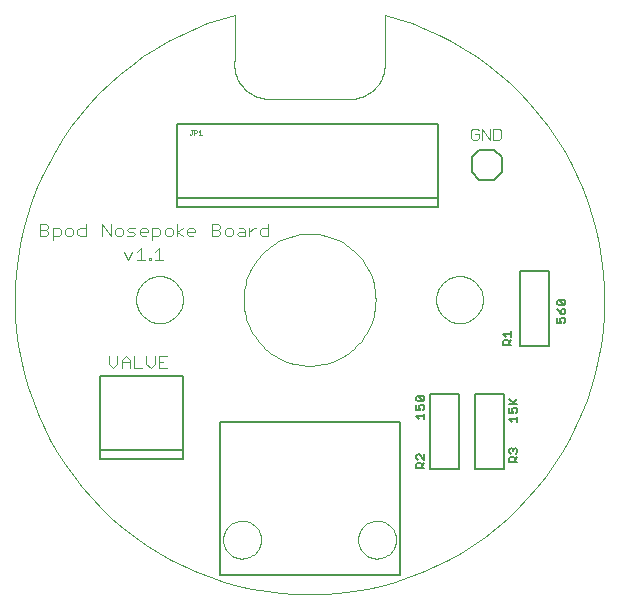
<source format=gto>
G75*
G70*
%OFA0B0*%
%FSLAX24Y24*%
%IPPOS*%
%LPD*%
%AMOC8*
5,1,8,0,0,1.08239X$1,22.5*
%
%ADD10C,0.0010*%
%ADD11C,0.0040*%
%ADD12C,0.0000*%
%ADD13C,0.0080*%
%ADD14C,0.0050*%
%ADD15C,0.0030*%
D10*
X004154Y012400D02*
X004156Y012456D01*
X004162Y012511D01*
X004172Y012566D01*
X004186Y012620D01*
X004203Y012673D01*
X004224Y012724D01*
X004249Y012774D01*
X004278Y012822D01*
X004310Y012867D01*
X004345Y012911D01*
X004382Y012952D01*
X004423Y012989D01*
X004467Y013024D01*
X004512Y013056D01*
X004560Y013085D01*
X004610Y013110D01*
X004661Y013131D01*
X004714Y013148D01*
X004768Y013162D01*
X004823Y013172D01*
X004878Y013178D01*
X004934Y013180D01*
X004990Y013178D01*
X005045Y013172D01*
X005100Y013162D01*
X005154Y013148D01*
X005207Y013131D01*
X005258Y013110D01*
X005308Y013085D01*
X005356Y013056D01*
X005401Y013024D01*
X005445Y012989D01*
X005486Y012952D01*
X005523Y012911D01*
X005558Y012867D01*
X005590Y012822D01*
X005619Y012774D01*
X005644Y012724D01*
X005665Y012673D01*
X005682Y012620D01*
X005696Y012566D01*
X005706Y012511D01*
X005712Y012456D01*
X005714Y012400D01*
X005712Y012344D01*
X005706Y012289D01*
X005696Y012234D01*
X005682Y012180D01*
X005665Y012127D01*
X005644Y012076D01*
X005619Y012026D01*
X005590Y011978D01*
X005558Y011933D01*
X005523Y011889D01*
X005486Y011848D01*
X005445Y011811D01*
X005401Y011776D01*
X005356Y011744D01*
X005308Y011715D01*
X005258Y011690D01*
X005207Y011669D01*
X005154Y011652D01*
X005100Y011638D01*
X005045Y011628D01*
X004990Y011622D01*
X004934Y011620D01*
X004878Y011622D01*
X004823Y011628D01*
X004768Y011638D01*
X004714Y011652D01*
X004661Y011669D01*
X004610Y011690D01*
X004560Y011715D01*
X004512Y011744D01*
X004467Y011776D01*
X004423Y011811D01*
X004382Y011848D01*
X004345Y011889D01*
X004310Y011933D01*
X004278Y011978D01*
X004249Y012026D01*
X004224Y012076D01*
X004203Y012127D01*
X004186Y012180D01*
X004172Y012234D01*
X004162Y012289D01*
X004156Y012344D01*
X004154Y012400D01*
X005964Y017905D02*
X005939Y017930D01*
X005964Y017905D02*
X005989Y017905D01*
X006014Y017930D01*
X006014Y018055D01*
X005989Y018055D02*
X006039Y018055D01*
X006087Y018055D02*
X006162Y018055D01*
X006187Y018030D01*
X006187Y017980D01*
X006162Y017955D01*
X006087Y017955D01*
X006087Y017905D02*
X006087Y018055D01*
X006234Y018005D02*
X006284Y018055D01*
X006284Y017905D01*
X006234Y017905D02*
X006334Y017905D01*
X008434Y019100D02*
X011434Y019100D01*
X011498Y019110D01*
X011562Y019124D01*
X011625Y019141D01*
X011686Y019162D01*
X011747Y019186D01*
X011806Y019214D01*
X011863Y019245D01*
X011918Y019279D01*
X011972Y019316D01*
X012023Y019356D01*
X012072Y019399D01*
X012118Y019444D01*
X012162Y019492D01*
X012203Y019543D01*
X012242Y019595D01*
X012277Y019650D01*
X012309Y019707D01*
X012338Y019765D01*
X012363Y019825D01*
X012385Y019886D01*
X012404Y019948D01*
X012419Y020012D01*
X012431Y020076D01*
X012439Y020140D01*
X012443Y020205D01*
X012444Y020270D01*
X012441Y020335D01*
X012434Y020400D01*
X012434Y021900D01*
X008434Y019100D02*
X008370Y019110D01*
X008306Y019124D01*
X008243Y019141D01*
X008182Y019162D01*
X008121Y019186D01*
X008062Y019214D01*
X008005Y019245D01*
X007950Y019279D01*
X007896Y019316D01*
X007845Y019356D01*
X007796Y019399D01*
X007750Y019444D01*
X007706Y019492D01*
X007665Y019543D01*
X007626Y019595D01*
X007591Y019650D01*
X007559Y019707D01*
X007530Y019765D01*
X007505Y019825D01*
X007483Y019886D01*
X007464Y019948D01*
X007449Y020012D01*
X007437Y020076D01*
X007429Y020140D01*
X007425Y020205D01*
X007424Y020270D01*
X007427Y020335D01*
X007434Y020400D01*
X007434Y021900D01*
X007734Y012400D02*
X007737Y012508D01*
X007745Y012616D01*
X007758Y012723D01*
X007776Y012829D01*
X007800Y012935D01*
X007829Y013039D01*
X007863Y013141D01*
X007901Y013242D01*
X007945Y013341D01*
X007994Y013437D01*
X008047Y013531D01*
X008105Y013622D01*
X008167Y013711D01*
X008233Y013796D01*
X008304Y013877D01*
X008378Y013956D01*
X008457Y014030D01*
X008538Y014101D01*
X008623Y014167D01*
X008712Y014229D01*
X008803Y014287D01*
X008897Y014340D01*
X008993Y014389D01*
X009092Y014433D01*
X009193Y014471D01*
X009295Y014505D01*
X009399Y014534D01*
X009505Y014558D01*
X009611Y014576D01*
X009718Y014589D01*
X009826Y014597D01*
X009934Y014600D01*
X010042Y014597D01*
X010150Y014589D01*
X010257Y014576D01*
X010363Y014558D01*
X010469Y014534D01*
X010573Y014505D01*
X010675Y014471D01*
X010776Y014433D01*
X010875Y014389D01*
X010971Y014340D01*
X011065Y014287D01*
X011156Y014229D01*
X011245Y014167D01*
X011330Y014101D01*
X011411Y014030D01*
X011490Y013956D01*
X011564Y013877D01*
X011635Y013796D01*
X011701Y013711D01*
X011763Y013622D01*
X011821Y013531D01*
X011874Y013437D01*
X011923Y013341D01*
X011967Y013242D01*
X012005Y013141D01*
X012039Y013039D01*
X012068Y012935D01*
X012092Y012829D01*
X012110Y012723D01*
X012123Y012616D01*
X012131Y012508D01*
X012134Y012400D01*
X012131Y012292D01*
X012123Y012184D01*
X012110Y012077D01*
X012092Y011971D01*
X012068Y011865D01*
X012039Y011761D01*
X012005Y011659D01*
X011967Y011558D01*
X011923Y011459D01*
X011874Y011363D01*
X011821Y011269D01*
X011763Y011178D01*
X011701Y011089D01*
X011635Y011004D01*
X011564Y010923D01*
X011490Y010844D01*
X011411Y010770D01*
X011330Y010699D01*
X011245Y010633D01*
X011156Y010571D01*
X011065Y010513D01*
X010971Y010460D01*
X010875Y010411D01*
X010776Y010367D01*
X010675Y010329D01*
X010573Y010295D01*
X010469Y010266D01*
X010363Y010242D01*
X010257Y010224D01*
X010150Y010211D01*
X010042Y010203D01*
X009934Y010200D01*
X009826Y010203D01*
X009718Y010211D01*
X009611Y010224D01*
X009505Y010242D01*
X009399Y010266D01*
X009295Y010295D01*
X009193Y010329D01*
X009092Y010367D01*
X008993Y010411D01*
X008897Y010460D01*
X008803Y010513D01*
X008712Y010571D01*
X008623Y010633D01*
X008538Y010699D01*
X008457Y010770D01*
X008378Y010844D01*
X008304Y010923D01*
X008233Y011004D01*
X008167Y011089D01*
X008105Y011178D01*
X008047Y011269D01*
X007994Y011363D01*
X007945Y011459D01*
X007901Y011558D01*
X007863Y011659D01*
X007829Y011761D01*
X007800Y011865D01*
X007776Y011971D01*
X007758Y012077D01*
X007745Y012184D01*
X007737Y012292D01*
X007734Y012400D01*
X007434Y021900D02*
X006973Y021766D01*
X006519Y021610D01*
X006073Y021432D01*
X005636Y021233D01*
X005210Y021012D01*
X004794Y020771D01*
X004391Y020510D01*
X004002Y020229D01*
X003626Y019930D01*
X003266Y019613D01*
X002921Y019278D01*
X002594Y018928D01*
X002283Y018561D01*
X001991Y018180D01*
X001718Y017785D01*
X001465Y017377D01*
X001232Y016957D01*
X001020Y016526D01*
X000829Y016086D01*
X000659Y015637D01*
X000512Y015179D01*
X000388Y014716D01*
X000286Y014246D01*
X000207Y013773D01*
X000152Y013296D01*
X000120Y012817D01*
X000111Y012337D01*
X000126Y011857D01*
X000164Y011378D01*
X000226Y010902D01*
X000311Y010429D01*
X000419Y009961D01*
X000549Y009499D01*
X000702Y009044D01*
X000877Y008597D01*
X001074Y008159D01*
X001291Y007731D01*
X001530Y007314D01*
X001789Y006910D01*
X002067Y006518D01*
X002363Y006141D01*
X002678Y005778D01*
X003011Y005432D01*
X003359Y005102D01*
X003724Y004789D01*
X004103Y004495D01*
X004496Y004219D01*
X004903Y003963D01*
X005321Y003728D01*
X005750Y003513D01*
X006190Y003319D01*
X006638Y003147D01*
X007094Y002997D01*
X007557Y002869D01*
X008025Y002764D01*
X008499Y002682D01*
X008975Y002624D01*
X009454Y002589D01*
X009934Y002577D01*
X010414Y002589D01*
X010893Y002624D01*
X011369Y002682D01*
X011843Y002764D01*
X012311Y002869D01*
X012774Y002997D01*
X013230Y003147D01*
X013678Y003319D01*
X014118Y003513D01*
X014547Y003728D01*
X014965Y003963D01*
X015372Y004219D01*
X015765Y004495D01*
X016144Y004789D01*
X016509Y005102D01*
X016857Y005432D01*
X017190Y005778D01*
X017505Y006141D01*
X017801Y006518D01*
X018079Y006910D01*
X018338Y007314D01*
X018577Y007731D01*
X018794Y008159D01*
X018991Y008597D01*
X019166Y009044D01*
X019319Y009499D01*
X019449Y009961D01*
X019557Y010429D01*
X019642Y010902D01*
X019704Y011378D01*
X019742Y011857D01*
X019757Y012337D01*
X019748Y012817D01*
X019716Y013296D01*
X019661Y013773D01*
X019582Y014246D01*
X019480Y014716D01*
X019356Y015179D01*
X019209Y015637D01*
X019039Y016086D01*
X018848Y016526D01*
X018636Y016957D01*
X018403Y017377D01*
X018150Y017785D01*
X017877Y018180D01*
X017585Y018561D01*
X017274Y018928D01*
X016947Y019278D01*
X016602Y019613D01*
X016242Y019930D01*
X015866Y020229D01*
X015477Y020510D01*
X015074Y020771D01*
X014658Y021012D01*
X014232Y021233D01*
X013795Y021432D01*
X013349Y021610D01*
X012895Y021766D01*
X012434Y021900D01*
X014154Y012400D02*
X014156Y012456D01*
X014162Y012511D01*
X014172Y012566D01*
X014186Y012620D01*
X014203Y012673D01*
X014224Y012724D01*
X014249Y012774D01*
X014278Y012822D01*
X014310Y012867D01*
X014345Y012911D01*
X014382Y012952D01*
X014423Y012989D01*
X014467Y013024D01*
X014512Y013056D01*
X014560Y013085D01*
X014610Y013110D01*
X014661Y013131D01*
X014714Y013148D01*
X014768Y013162D01*
X014823Y013172D01*
X014878Y013178D01*
X014934Y013180D01*
X014990Y013178D01*
X015045Y013172D01*
X015100Y013162D01*
X015154Y013148D01*
X015207Y013131D01*
X015258Y013110D01*
X015308Y013085D01*
X015356Y013056D01*
X015401Y013024D01*
X015445Y012989D01*
X015486Y012952D01*
X015523Y012911D01*
X015558Y012867D01*
X015590Y012822D01*
X015619Y012774D01*
X015644Y012724D01*
X015665Y012673D01*
X015682Y012620D01*
X015696Y012566D01*
X015706Y012511D01*
X015712Y012456D01*
X015714Y012400D01*
X015712Y012344D01*
X015706Y012289D01*
X015696Y012234D01*
X015682Y012180D01*
X015665Y012127D01*
X015644Y012076D01*
X015619Y012026D01*
X015590Y011978D01*
X015558Y011933D01*
X015523Y011889D01*
X015486Y011848D01*
X015445Y011811D01*
X015401Y011776D01*
X015356Y011744D01*
X015308Y011715D01*
X015258Y011690D01*
X015207Y011669D01*
X015154Y011652D01*
X015100Y011638D01*
X015045Y011628D01*
X014990Y011622D01*
X014934Y011620D01*
X014878Y011622D01*
X014823Y011628D01*
X014768Y011638D01*
X014714Y011652D01*
X014661Y011669D01*
X014610Y011690D01*
X014560Y011715D01*
X014512Y011744D01*
X014467Y011776D01*
X014423Y011811D01*
X014382Y011848D01*
X014345Y011889D01*
X014310Y011933D01*
X014278Y011978D01*
X014249Y012026D01*
X014224Y012076D01*
X014203Y012127D01*
X014186Y012180D01*
X014172Y012234D01*
X014162Y012289D01*
X014156Y012344D01*
X014154Y012400D01*
D11*
X008548Y014520D02*
X008343Y014520D01*
X008274Y014589D01*
X008274Y014725D01*
X008343Y014794D01*
X008548Y014794D01*
X008548Y014930D02*
X008548Y014520D01*
X008134Y014794D02*
X008066Y014794D01*
X007929Y014657D01*
X007929Y014520D02*
X007929Y014794D01*
X007788Y014725D02*
X007788Y014520D01*
X007583Y014520D01*
X007515Y014589D01*
X007583Y014657D01*
X007788Y014657D01*
X007788Y014725D02*
X007720Y014794D01*
X007583Y014794D01*
X007374Y014725D02*
X007305Y014794D01*
X007169Y014794D01*
X007100Y014725D01*
X007100Y014589D01*
X007169Y014520D01*
X007305Y014520D01*
X007374Y014589D01*
X007374Y014725D01*
X006959Y014657D02*
X006959Y014589D01*
X006891Y014520D01*
X006686Y014520D01*
X006686Y014930D01*
X006891Y014930D01*
X006959Y014862D01*
X006959Y014794D01*
X006891Y014725D01*
X006686Y014725D01*
X006891Y014725D02*
X006959Y014657D01*
X006131Y014657D02*
X005857Y014657D01*
X005857Y014725D02*
X005926Y014794D01*
X006062Y014794D01*
X006131Y014725D01*
X006131Y014657D01*
X006062Y014520D02*
X005926Y014520D01*
X005857Y014589D01*
X005857Y014725D01*
X005717Y014794D02*
X005512Y014657D01*
X005717Y014520D01*
X005512Y014520D02*
X005512Y014930D01*
X005371Y014725D02*
X005303Y014794D01*
X005166Y014794D01*
X005098Y014725D01*
X005098Y014589D01*
X005166Y014520D01*
X005303Y014520D01*
X005371Y014589D01*
X005371Y014725D01*
X004957Y014725D02*
X004957Y014589D01*
X004888Y014520D01*
X004683Y014520D01*
X004683Y014383D02*
X004683Y014794D01*
X004888Y014794D01*
X004957Y014725D01*
X004543Y014725D02*
X004543Y014657D01*
X004269Y014657D01*
X004269Y014725D02*
X004337Y014794D01*
X004474Y014794D01*
X004543Y014725D01*
X004474Y014520D02*
X004337Y014520D01*
X004269Y014589D01*
X004269Y014725D01*
X004128Y014794D02*
X003923Y014794D01*
X003855Y014725D01*
X003923Y014657D01*
X004060Y014657D01*
X004128Y014589D01*
X004060Y014520D01*
X003855Y014520D01*
X003714Y014589D02*
X003714Y014725D01*
X003645Y014794D01*
X003509Y014794D01*
X003440Y014725D01*
X003440Y014589D01*
X003509Y014520D01*
X003645Y014520D01*
X003714Y014589D01*
X003300Y014520D02*
X003300Y014930D01*
X003026Y014930D02*
X003300Y014520D01*
X003026Y014520D02*
X003026Y014930D01*
X002471Y014930D02*
X002471Y014520D01*
X002266Y014520D01*
X002197Y014589D01*
X002197Y014725D01*
X002266Y014794D01*
X002471Y014794D01*
X002057Y014725D02*
X001988Y014794D01*
X001851Y014794D01*
X001783Y014725D01*
X001783Y014589D01*
X001851Y014520D01*
X001988Y014520D01*
X002057Y014589D01*
X002057Y014725D01*
X001642Y014725D02*
X001642Y014589D01*
X001574Y014520D01*
X001369Y014520D01*
X001369Y014383D02*
X001369Y014794D01*
X001574Y014794D01*
X001642Y014725D01*
X001228Y014657D02*
X001228Y014589D01*
X001159Y014520D01*
X000954Y014520D01*
X000954Y014930D01*
X001159Y014930D01*
X001228Y014862D01*
X001228Y014794D01*
X001159Y014725D01*
X000954Y014725D01*
X001159Y014725D02*
X001228Y014657D01*
X003754Y013994D02*
X003891Y013720D01*
X004028Y013994D01*
X004169Y013994D02*
X004305Y014130D01*
X004305Y013720D01*
X004169Y013720D02*
X004442Y013720D01*
X004583Y013720D02*
X004651Y013720D01*
X004651Y013789D01*
X004583Y013789D01*
X004583Y013720D01*
X004790Y013720D02*
X005064Y013720D01*
X004927Y013720D02*
X004927Y014130D01*
X004790Y013994D01*
X004771Y010530D02*
X004771Y010257D01*
X004634Y010120D01*
X004497Y010257D01*
X004497Y010530D01*
X004083Y010530D02*
X004083Y010120D01*
X004357Y010120D01*
X003942Y010120D02*
X003942Y010394D01*
X003805Y010530D01*
X003669Y010394D01*
X003669Y010120D01*
X003528Y010257D02*
X003528Y010530D01*
X003669Y010325D02*
X003942Y010325D01*
X003528Y010257D02*
X003391Y010120D01*
X003254Y010257D01*
X003254Y010530D01*
X004912Y010530D02*
X004912Y010120D01*
X005185Y010120D01*
X005048Y010325D02*
X004912Y010325D01*
X004912Y010530D02*
X005185Y010530D01*
D12*
X007054Y004400D02*
X007056Y004450D01*
X007062Y004500D01*
X007072Y004549D01*
X007086Y004597D01*
X007103Y004644D01*
X007124Y004689D01*
X007149Y004733D01*
X007177Y004774D01*
X007209Y004813D01*
X007243Y004850D01*
X007280Y004884D01*
X007320Y004914D01*
X007362Y004941D01*
X007406Y004965D01*
X007452Y004986D01*
X007499Y005002D01*
X007547Y005015D01*
X007597Y005024D01*
X007646Y005029D01*
X007697Y005030D01*
X007747Y005027D01*
X007796Y005020D01*
X007845Y005009D01*
X007893Y004994D01*
X007939Y004976D01*
X007984Y004954D01*
X008027Y004928D01*
X008068Y004899D01*
X008107Y004867D01*
X008143Y004832D01*
X008175Y004794D01*
X008205Y004754D01*
X008232Y004711D01*
X008255Y004667D01*
X008274Y004621D01*
X008290Y004573D01*
X008302Y004524D01*
X008310Y004475D01*
X008314Y004425D01*
X008314Y004375D01*
X008310Y004325D01*
X008302Y004276D01*
X008290Y004227D01*
X008274Y004179D01*
X008255Y004133D01*
X008232Y004089D01*
X008205Y004046D01*
X008175Y004006D01*
X008143Y003968D01*
X008107Y003933D01*
X008068Y003901D01*
X008027Y003872D01*
X007984Y003846D01*
X007939Y003824D01*
X007893Y003806D01*
X007845Y003791D01*
X007796Y003780D01*
X007747Y003773D01*
X007697Y003770D01*
X007646Y003771D01*
X007597Y003776D01*
X007547Y003785D01*
X007499Y003798D01*
X007452Y003814D01*
X007406Y003835D01*
X007362Y003859D01*
X007320Y003886D01*
X007280Y003916D01*
X007243Y003950D01*
X007209Y003987D01*
X007177Y004026D01*
X007149Y004067D01*
X007124Y004111D01*
X007103Y004156D01*
X007086Y004203D01*
X007072Y004251D01*
X007062Y004300D01*
X007056Y004350D01*
X007054Y004400D01*
X011554Y004400D02*
X011556Y004450D01*
X011562Y004500D01*
X011572Y004549D01*
X011586Y004597D01*
X011603Y004644D01*
X011624Y004689D01*
X011649Y004733D01*
X011677Y004774D01*
X011709Y004813D01*
X011743Y004850D01*
X011780Y004884D01*
X011820Y004914D01*
X011862Y004941D01*
X011906Y004965D01*
X011952Y004986D01*
X011999Y005002D01*
X012047Y005015D01*
X012097Y005024D01*
X012146Y005029D01*
X012197Y005030D01*
X012247Y005027D01*
X012296Y005020D01*
X012345Y005009D01*
X012393Y004994D01*
X012439Y004976D01*
X012484Y004954D01*
X012527Y004928D01*
X012568Y004899D01*
X012607Y004867D01*
X012643Y004832D01*
X012675Y004794D01*
X012705Y004754D01*
X012732Y004711D01*
X012755Y004667D01*
X012774Y004621D01*
X012790Y004573D01*
X012802Y004524D01*
X012810Y004475D01*
X012814Y004425D01*
X012814Y004375D01*
X012810Y004325D01*
X012802Y004276D01*
X012790Y004227D01*
X012774Y004179D01*
X012755Y004133D01*
X012732Y004089D01*
X012705Y004046D01*
X012675Y004006D01*
X012643Y003968D01*
X012607Y003933D01*
X012568Y003901D01*
X012527Y003872D01*
X012484Y003846D01*
X012439Y003824D01*
X012393Y003806D01*
X012345Y003791D01*
X012296Y003780D01*
X012247Y003773D01*
X012197Y003770D01*
X012146Y003771D01*
X012097Y003776D01*
X012047Y003785D01*
X011999Y003798D01*
X011952Y003814D01*
X011906Y003835D01*
X011862Y003859D01*
X011820Y003886D01*
X011780Y003916D01*
X011743Y003950D01*
X011709Y003987D01*
X011677Y004026D01*
X011649Y004067D01*
X011624Y004111D01*
X011603Y004156D01*
X011586Y004203D01*
X011572Y004251D01*
X011562Y004300D01*
X011556Y004350D01*
X011554Y004400D01*
D13*
X002945Y007083D02*
X002945Y007398D01*
X005701Y007398D01*
X005701Y007083D01*
X002945Y007083D01*
X002945Y007398D02*
X002945Y009839D01*
X005701Y009839D01*
X005701Y007398D01*
X006934Y008337D02*
X006934Y003219D01*
X012934Y003219D01*
X012934Y008337D01*
X006934Y008337D01*
X005529Y015483D02*
X005529Y015798D01*
X014214Y015798D01*
X014214Y015483D01*
X005529Y015483D01*
X005529Y015798D02*
X005529Y018239D01*
X014214Y018239D01*
X014214Y015798D01*
X015334Y016650D02*
X015334Y017150D01*
X015584Y017400D01*
X016084Y017400D01*
X016334Y017150D01*
X016334Y016650D01*
X016084Y016400D01*
X015584Y016400D01*
X015334Y016650D01*
X016962Y013340D02*
X017907Y013340D01*
X017907Y010860D01*
X016962Y010860D01*
X016962Y013340D01*
X016407Y009240D02*
X015462Y009240D01*
X015462Y006760D01*
X016407Y006760D01*
X016407Y009240D01*
X014907Y009240D02*
X014907Y006760D01*
X013962Y006760D01*
X013962Y009240D01*
X014907Y009240D01*
D14*
X013759Y009150D02*
X013759Y009059D01*
X013714Y009014D01*
X013534Y009195D01*
X013714Y009195D01*
X013759Y009150D01*
X013714Y009014D02*
X013534Y009014D01*
X013489Y009059D01*
X013489Y009150D01*
X013534Y009195D01*
X013489Y008900D02*
X013489Y008720D01*
X013624Y008720D01*
X013579Y008810D01*
X013579Y008855D01*
X013624Y008900D01*
X013714Y008900D01*
X013759Y008855D01*
X013759Y008765D01*
X013714Y008720D01*
X013759Y008605D02*
X013759Y008425D01*
X013759Y008515D02*
X013489Y008515D01*
X013579Y008425D01*
X013579Y007250D02*
X013534Y007250D01*
X013489Y007205D01*
X013489Y007115D01*
X013534Y007070D01*
X013534Y006955D02*
X013489Y006910D01*
X013489Y006775D01*
X013759Y006775D01*
X013669Y006775D02*
X013669Y006910D01*
X013624Y006955D01*
X013534Y006955D01*
X013669Y006865D02*
X013759Y006955D01*
X013759Y007070D02*
X013579Y007250D01*
X013759Y007250D02*
X013759Y007070D01*
X016589Y007110D02*
X016589Y006975D01*
X016859Y006975D01*
X016769Y006975D02*
X016769Y007110D01*
X016724Y007155D01*
X016634Y007155D01*
X016589Y007110D01*
X016634Y007270D02*
X016589Y007315D01*
X016589Y007405D01*
X016634Y007450D01*
X016679Y007450D01*
X016724Y007405D01*
X016769Y007450D01*
X016814Y007450D01*
X016859Y007405D01*
X016859Y007315D01*
X016814Y007270D01*
X016859Y007155D02*
X016769Y007065D01*
X016724Y007360D02*
X016724Y007405D01*
X016679Y008325D02*
X016589Y008415D01*
X016859Y008415D01*
X016859Y008325D02*
X016859Y008505D01*
X016814Y008620D02*
X016859Y008665D01*
X016859Y008755D01*
X016814Y008800D01*
X016724Y008800D01*
X016679Y008755D01*
X016679Y008710D01*
X016724Y008620D01*
X016589Y008620D01*
X016589Y008800D01*
X016589Y008914D02*
X016859Y008914D01*
X016769Y008914D02*
X016589Y009095D01*
X016724Y008959D02*
X016859Y009095D01*
X016659Y010875D02*
X016389Y010875D01*
X016389Y011010D01*
X016434Y011055D01*
X016524Y011055D01*
X016569Y011010D01*
X016569Y010875D01*
X016569Y010965D02*
X016659Y011055D01*
X016659Y011170D02*
X016659Y011350D01*
X016659Y011260D02*
X016389Y011260D01*
X016479Y011170D01*
X018189Y011625D02*
X018324Y011625D01*
X018279Y011715D01*
X018279Y011760D01*
X018324Y011805D01*
X018414Y011805D01*
X018459Y011760D01*
X018459Y011670D01*
X018414Y011625D01*
X018189Y011625D02*
X018189Y011805D01*
X018324Y011920D02*
X018234Y012010D01*
X018189Y012100D01*
X018234Y012214D02*
X018189Y012259D01*
X018189Y012350D01*
X018234Y012395D01*
X018414Y012214D01*
X018459Y012259D01*
X018459Y012350D01*
X018414Y012395D01*
X018234Y012395D01*
X018234Y012214D02*
X018414Y012214D01*
X018414Y012100D02*
X018369Y012100D01*
X018324Y012055D01*
X018324Y011920D01*
X018414Y011920D01*
X018459Y011965D01*
X018459Y012055D01*
X018414Y012100D01*
D15*
X016241Y017735D02*
X016056Y017735D01*
X016056Y018105D01*
X016241Y018105D01*
X016303Y018044D01*
X016303Y017797D01*
X016241Y017735D01*
X015934Y017735D02*
X015934Y018105D01*
X015688Y018105D02*
X015688Y017735D01*
X015566Y017797D02*
X015566Y017920D01*
X015443Y017920D01*
X015566Y017797D02*
X015504Y017735D01*
X015381Y017735D01*
X015319Y017797D01*
X015319Y018044D01*
X015381Y018105D01*
X015504Y018105D01*
X015566Y018044D01*
X015688Y018105D02*
X015934Y017735D01*
M02*

</source>
